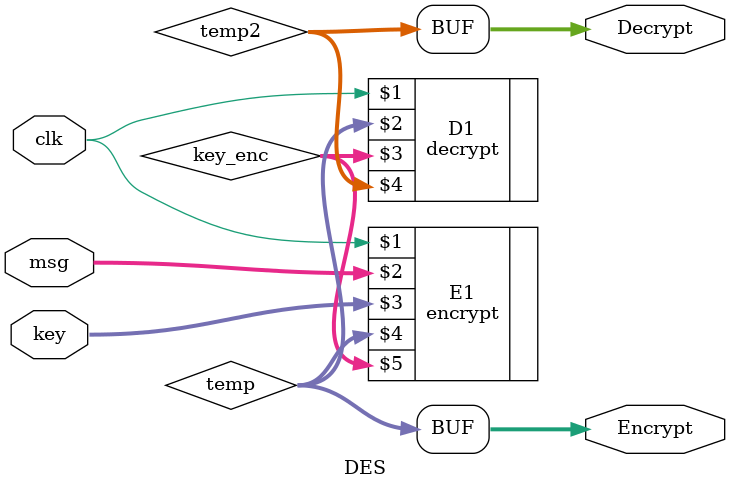
<source format=sv>
`include"Encrypt.sv"
`include"Decrypt.sv"
`timescale 1ns/10ps

module DES( input clk,  //Inputs for DES Top module // Clock signal
            input [1:64] key,   //Key Input Cipher
            input [1:64] msg,   //Input Message Text
            output [1:64] Encrypt,      //Output from module - Encrypted Cipher text
            output [1:64] Decrypt) ;    //Output from module - Decrypted cipher text

   // reg [1:48] k1,k2,k3,k4,k5,k6,k7,k8,k9,k10,k11,k12,k13,k14,k15,k16;     //Register to store output from Keygen block - given to encrypt and decrypt
    /*reg [1:48] K_dec [1:16];*/
    reg [1:64] temp,temp2,key_enc;

    //keygen cipher(clk,key,k1,k2,k3,k4,k5,k6,k7,k8,k9,k10,k11,k12,k13,k14,k15,k16);     //Instantiation of Keygen module

    encrypt E1(clk,msg,key,temp,key_enc);
    //encrypt E1(clk,msg,key,temp);

   // encrypt D1(.clk(clk),.in(temp),.key_in(key_dec),.En(temp2));

   decrypt D1(clk,temp,key_enc,temp2);
   // decrypt D1(clk,temp,key,temp2);


    assign Encrypt=temp;
    assign Decrypt=temp2;

    
  //  decrypt D1(clk,Encrypt,K,Decrypt);

endmodule



</source>
